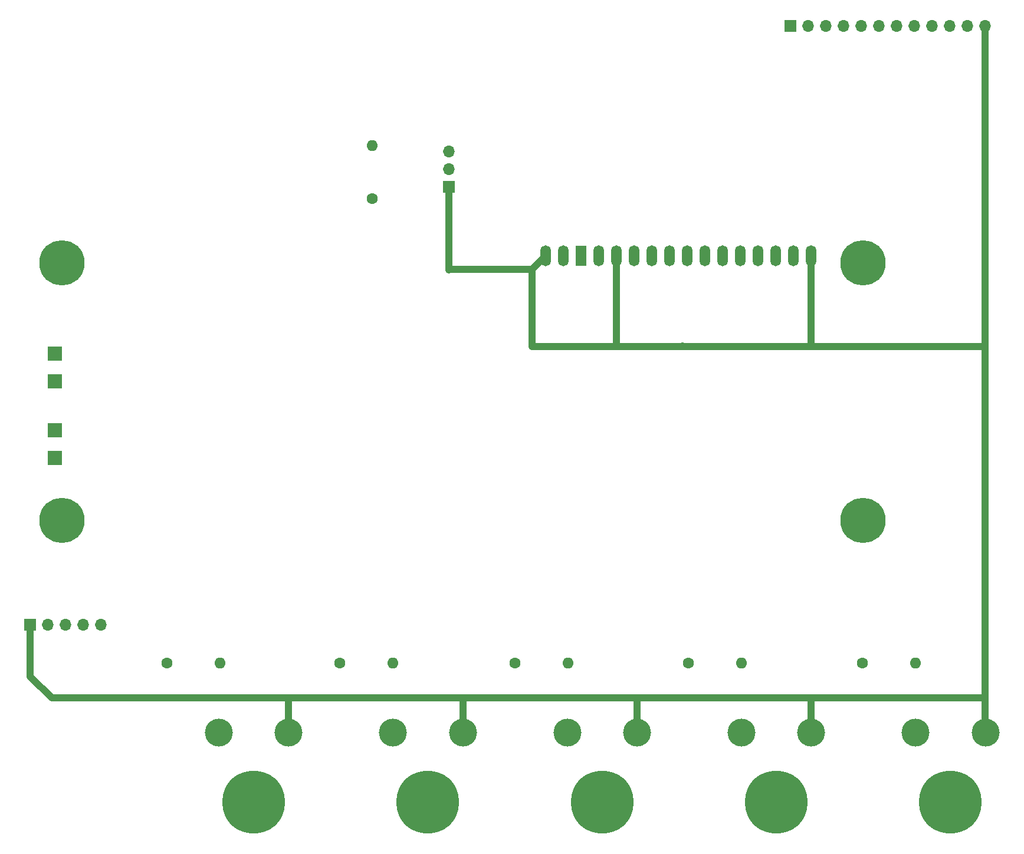
<source format=gbr>
%TF.GenerationSoftware,KiCad,Pcbnew,8.0.3*%
%TF.CreationDate,2024-11-17T17:52:43+01:00*%
%TF.ProjectId,PCB2,50434232-2e6b-4696-9361-645f70636258,rev?*%
%TF.SameCoordinates,Original*%
%TF.FileFunction,Copper,L2,Bot*%
%TF.FilePolarity,Positive*%
%FSLAX46Y46*%
G04 Gerber Fmt 4.6, Leading zero omitted, Abs format (unit mm)*
G04 Created by KiCad (PCBNEW 8.0.3) date 2024-11-17 17:52:43*
%MOMM*%
%LPD*%
G01*
G04 APERTURE LIST*
%TA.AperFunction,ComponentPad*%
%ADD10C,6.500000*%
%TD*%
%TA.AperFunction,ComponentPad*%
%ADD11R,1.500000X3.000000*%
%TD*%
%TA.AperFunction,ComponentPad*%
%ADD12O,1.500000X3.000000*%
%TD*%
%TA.AperFunction,ComponentPad*%
%ADD13R,2.000000X2.000000*%
%TD*%
%TA.AperFunction,ComponentPad*%
%ADD14C,1.600000*%
%TD*%
%TA.AperFunction,ComponentPad*%
%ADD15O,1.600000X1.600000*%
%TD*%
%TA.AperFunction,ComponentPad*%
%ADD16R,1.700000X1.700000*%
%TD*%
%TA.AperFunction,ComponentPad*%
%ADD17O,1.700000X1.700000*%
%TD*%
%TA.AperFunction,ViaPad*%
%ADD18C,4.000000*%
%TD*%
%TA.AperFunction,ViaPad*%
%ADD19C,9.000000*%
%TD*%
%TA.AperFunction,Conductor*%
%ADD20C,1.000000*%
%TD*%
G04 APERTURE END LIST*
D10*
%TO.P,REF\u002A\u002A,*%
%TO.N,*%
X66480000Y-60020000D03*
X66480000Y-97020000D03*
X181480000Y-60020000D03*
X181480000Y-97020000D03*
D11*
%TO.P,REF\u002A\u002A,1*%
%TO.N,N/C*%
X140980000Y-59020000D03*
D12*
%TO.P,REF\u002A\u002A,2*%
X143520000Y-59020000D03*
%TO.P,REF\u002A\u002A,3*%
X146060000Y-59020000D03*
%TO.P,REF\u002A\u002A,4*%
X148600000Y-59020000D03*
%TO.P,REF\u002A\u002A,5*%
X151140000Y-59020000D03*
%TO.P,REF\u002A\u002A,6*%
X153680000Y-59020000D03*
%TO.P,REF\u002A\u002A,7*%
X156220000Y-59020000D03*
%TO.P,REF\u002A\u002A,8*%
X158760000Y-59020000D03*
%TO.P,REF\u002A\u002A,9*%
X161300000Y-59020000D03*
%TO.P,REF\u002A\u002A,10*%
X163840000Y-59020000D03*
%TO.P,REF\u002A\u002A,11*%
X166380000Y-59020000D03*
%TO.P,REF\u002A\u002A,12*%
X168920000Y-59020000D03*
%TO.P,REF\u002A\u002A,13*%
X171460000Y-59020000D03*
%TO.P,REF\u002A\u002A,14*%
X174000000Y-59020000D03*
%TO.P,REF\u002A\u002A,15*%
X138440000Y-59020000D03*
%TO.P,REF\u002A\u002A,16*%
X135900000Y-59020000D03*
D13*
%TO.P,REF\u002A\u002A,A1*%
X65480000Y-73020000D03*
%TO.P,REF\u002A\u002A,A2*%
X65480000Y-84020000D03*
%TO.P,REF\u002A\u002A,K1*%
X65480000Y-77020000D03*
%TO.P,REF\u002A\u002A,K2*%
X65480000Y-88020000D03*
%TD*%
D14*
%TO.P,REF\u002A\u002A,1*%
%TO.N,N/C*%
X181380000Y-117500000D03*
D15*
%TO.P,REF\u002A\u002A,2*%
X189000000Y-117500000D03*
%TD*%
D16*
%TO.P,REF\u002A\u002A,1*%
%TO.N,N/C*%
X61925000Y-112000000D03*
D17*
%TO.P,REF\u002A\u002A,2*%
X64465000Y-112000000D03*
%TO.P,REF\u002A\u002A,3*%
X67005000Y-112000000D03*
%TO.P,REF\u002A\u002A,4*%
X69545000Y-112000000D03*
%TO.P,REF\u002A\u002A,5*%
X72085000Y-112000000D03*
%TD*%
D16*
%TO.P,REF\u002A\u002A,1*%
%TO.N,N/C*%
X171060000Y-26000000D03*
D17*
%TO.P,REF\u002A\u002A,2*%
X173600000Y-26000000D03*
%TO.P,REF\u002A\u002A,3*%
X176140000Y-26000000D03*
%TO.P,REF\u002A\u002A,4*%
X178680000Y-26000000D03*
%TO.P,REF\u002A\u002A,5*%
X181220000Y-26000000D03*
%TO.P,REF\u002A\u002A,6*%
X183760000Y-26000000D03*
%TO.P,REF\u002A\u002A,7*%
X186300000Y-26000000D03*
%TO.P,REF\u002A\u002A,8*%
X188840000Y-26000000D03*
%TO.P,REF\u002A\u002A,9*%
X191380000Y-26000000D03*
%TO.P,REF\u002A\u002A,10*%
X193920000Y-26000000D03*
%TO.P,REF\u002A\u002A,11*%
X196460000Y-26000000D03*
%TO.P,REF\u002A\u002A,12*%
X199000000Y-26000000D03*
%TD*%
D14*
%TO.P,REF\u002A\u002A,1*%
%TO.N,N/C*%
X156380000Y-117500000D03*
D15*
%TO.P,REF\u002A\u002A,2*%
X164000000Y-117500000D03*
%TD*%
D14*
%TO.P,REF\u002A\u002A,1*%
%TO.N,N/C*%
X111000000Y-50810000D03*
D15*
%TO.P,REF\u002A\u002A,2*%
X111000000Y-43190000D03*
%TD*%
D14*
%TO.P,REF\u002A\u002A,1*%
%TO.N,N/C*%
X106380000Y-117500000D03*
D15*
%TO.P,REF\u002A\u002A,2*%
X114000000Y-117500000D03*
%TD*%
D14*
%TO.P,REF\u002A\u002A,1*%
%TO.N,N/C*%
X81500000Y-117500000D03*
D15*
%TO.P,REF\u002A\u002A,2*%
X89120000Y-117500000D03*
%TD*%
D16*
%TO.P,REF\u002A\u002A,1*%
%TO.N,N/C*%
X122000000Y-49080000D03*
D17*
%TO.P,REF\u002A\u002A,2*%
X122000000Y-46540000D03*
%TO.P,REF\u002A\u002A,3*%
X122000000Y-44000000D03*
%TD*%
D14*
%TO.P,REF\u002A\u002A,1*%
%TO.N,N/C*%
X131500000Y-117500000D03*
D15*
%TO.P,REF\u002A\u002A,2*%
X139120000Y-117500000D03*
%TD*%
D18*
%TO.N,*%
X124000000Y-127500000D03*
D19*
X94000000Y-137500000D03*
X144000000Y-137500000D03*
X169000000Y-137500000D03*
D18*
X114000000Y-127500000D03*
X174000000Y-127500000D03*
X99000000Y-127500000D03*
X189000000Y-127500000D03*
D19*
X194000000Y-137500000D03*
D18*
X199040000Y-127500000D03*
X139000000Y-127500000D03*
X149000000Y-127500000D03*
D19*
X119000000Y-137500000D03*
D18*
X164000000Y-127500000D03*
X89000000Y-127500000D03*
%TD*%
D20*
%TO.N,*%
X174000000Y-122500000D02*
X199000000Y-122500000D01*
X61925000Y-112000000D02*
X61925000Y-119425000D01*
X99000000Y-127500000D02*
X99000000Y-122500000D01*
X122000000Y-61000000D02*
X122000000Y-49080000D01*
X149000000Y-122500000D02*
X174000000Y-122500000D01*
X174000000Y-122500000D02*
X174000000Y-127500000D01*
X99000000Y-122500000D02*
X65000000Y-122500000D01*
X99000000Y-122500000D02*
X124000000Y-122500000D01*
X135900000Y-59020000D02*
X133980000Y-60940000D01*
X146480000Y-72020000D02*
X173980000Y-72020000D01*
X133980000Y-72020000D02*
X138980000Y-72020000D01*
X199000000Y-72000000D02*
X199000000Y-122500000D01*
X149000000Y-122500000D02*
X149000000Y-127500000D01*
X124000000Y-122500000D02*
X149000000Y-122500000D01*
X199000000Y-26000000D02*
X199000000Y-72000000D01*
X133980000Y-60940000D02*
X122060000Y-60940000D01*
X174000000Y-59020000D02*
X174000000Y-72000000D01*
X199000000Y-122500000D02*
X199000000Y-127500000D01*
X61925000Y-119425000D02*
X65000000Y-122500000D01*
X155520000Y-71980000D02*
X155500000Y-72000000D01*
X146060000Y-59020000D02*
X146060000Y-71600000D01*
X155500000Y-72000000D02*
X199000000Y-72000000D01*
X138980000Y-72020000D02*
X146480000Y-72020000D01*
X122060000Y-60940000D02*
X122000000Y-61000000D01*
X133980000Y-60940000D02*
X133980000Y-72020000D01*
X124000000Y-122500000D02*
X124000000Y-127500000D01*
%TD*%
M02*

</source>
